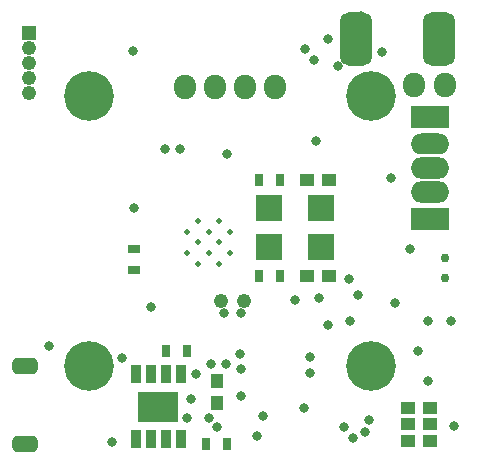
<source format=gbs>
G04*
G04 #@! TF.GenerationSoftware,Altium Limited,Altium Designer,21.0.8 (223)*
G04*
G04 Layer_Color=16711935*
%FSLAX25Y25*%
%MOIN*%
G70*
G04*
G04 #@! TF.SameCoordinates,86129925-6DC0-4F64-9783-D3B182DB2879*
G04*
G04*
G04 #@! TF.FilePolarity,Negative*
G04*
G01*
G75*
%ADD21R,0.04343X0.03162*%
%ADD22R,0.04340X0.04537*%
%ADD23C,0.04800*%
%ADD25R,0.04537X0.04340*%
%ADD33R,0.03162X0.04343*%
%ADD37R,0.04800X0.04800*%
%ADD38O,0.07300X0.08300*%
%ADD39C,0.16548*%
%ADD40C,0.01981*%
%ADD41O,0.12800X0.07200*%
%ADD42O,0.12800X0.07000*%
%ADD43R,0.12800X0.07200*%
%ADD44C,0.03000*%
G04:AMPARAMS|DCode=45|XSize=86.74mil|YSize=55.24mil|CornerRadius=18.17mil|HoleSize=0mil|Usage=FLASHONLY|Rotation=0.000|XOffset=0mil|YOffset=0mil|HoleType=Round|Shape=RoundedRectangle|*
%AMROUNDEDRECTD45*
21,1,0.08674,0.01890,0,0,0.0*
21,1,0.05039,0.05524,0,0,0.0*
1,1,0.03635,0.02520,-0.00945*
1,1,0.03635,-0.02520,-0.00945*
1,1,0.03635,-0.02520,0.00945*
1,1,0.03635,0.02520,0.00945*
%
%ADD45ROUNDEDRECTD45*%
%ADD46C,0.03200*%
%ADD82R,0.08674X0.08674*%
%ADD83R,0.08674X0.08674*%
G04:AMPARAMS|DCode=84|XSize=106.42mil|YSize=177.29mil|CornerRadius=28.61mil|HoleSize=0mil|Usage=FLASHONLY|Rotation=180.000|XOffset=0mil|YOffset=0mil|HoleType=Round|Shape=RoundedRectangle|*
%AMROUNDEDRECTD84*
21,1,0.10642,0.12008,0,0,180.0*
21,1,0.04921,0.17729,0,0,180.0*
1,1,0.05721,-0.02461,0.06004*
1,1,0.05721,0.02461,0.06004*
1,1,0.05721,0.02461,-0.06004*
1,1,0.05721,-0.02461,-0.06004*
%
%ADD84ROUNDEDRECTD84*%
%ADD85R,0.03556X0.05918*%
%ADD86R,0.13398X0.09855*%
D21*
X101500Y115000D02*
D03*
X101499Y107851D02*
D03*
D22*
X129000Y71000D02*
D03*
Y63600D02*
D03*
D23*
X130500Y97500D02*
D03*
X138000D02*
D03*
X66500Y182000D02*
D03*
Y177000D02*
D03*
Y172000D02*
D03*
Y167000D02*
D03*
D25*
X166523Y138000D02*
D03*
X159123D02*
D03*
X166523Y106000D02*
D03*
X159123D02*
D03*
X192800Y62000D02*
D03*
X200200D02*
D03*
X192800Y56500D02*
D03*
X200200D02*
D03*
X192800Y51000D02*
D03*
X200200D02*
D03*
D33*
X150162Y138000D02*
D03*
X143013Y138001D02*
D03*
X150162Y106000D02*
D03*
X143013Y106001D02*
D03*
X119149Y80999D02*
D03*
X112000Y81000D02*
D03*
X125351Y50001D02*
D03*
X132500Y50000D02*
D03*
D37*
X66500Y187000D02*
D03*
D38*
X194900Y169500D02*
D03*
X205000D02*
D03*
X118500Y169000D02*
D03*
X128600D02*
D03*
X138400D02*
D03*
X148500D02*
D03*
D39*
X86500Y76000D02*
D03*
Y166000D02*
D03*
X180500Y76000D02*
D03*
Y166000D02*
D03*
D40*
X133543Y120675D02*
D03*
Y113451D02*
D03*
X129931Y124287D02*
D03*
Y117063D02*
D03*
Y109839D02*
D03*
X126319Y120675D02*
D03*
Y113451D02*
D03*
X122707Y124287D02*
D03*
Y117063D02*
D03*
Y109839D02*
D03*
X119095Y120675D02*
D03*
Y113451D02*
D03*
D41*
X200000Y142000D02*
D03*
Y134000D02*
D03*
D42*
Y150000D02*
D03*
D43*
Y125000D02*
D03*
Y159000D02*
D03*
D44*
X205000Y105100D02*
D03*
Y111900D02*
D03*
D45*
X65000Y75992D02*
D03*
Y50008D02*
D03*
D46*
X193500Y115000D02*
D03*
X207000Y91000D02*
D03*
X196000Y81000D02*
D03*
X169500Y176000D02*
D03*
X158500Y181500D02*
D03*
X161500Y178000D02*
D03*
X101000Y181000D02*
D03*
X132500Y146500D02*
D03*
X165942Y185000D02*
D03*
X162000Y151000D02*
D03*
X187000Y138500D02*
D03*
X177199Y192389D02*
D03*
X184000Y180500D02*
D03*
X204200Y184909D02*
D03*
X122000Y73154D02*
D03*
X155000Y97700D02*
D03*
X131500Y93500D02*
D03*
X137000D02*
D03*
X107000Y95500D02*
D03*
X120500Y65000D02*
D03*
X118950Y58500D02*
D03*
X107000Y60000D02*
D03*
X97500Y78500D02*
D03*
X94000Y50476D02*
D03*
X174500Y52000D02*
D03*
X171500Y55500D02*
D03*
X142500Y52500D02*
D03*
X136791Y80000D02*
D03*
X188500Y97000D02*
D03*
X101500Y128500D02*
D03*
X163000Y98500D02*
D03*
X137000Y75000D02*
D03*
X176000Y99500D02*
D03*
X199500Y91000D02*
D03*
X166000Y89500D02*
D03*
X173000Y105000D02*
D03*
X159996Y79000D02*
D03*
X137000Y66000D02*
D03*
X144500Y59300D02*
D03*
X126500Y58500D02*
D03*
X158000Y62000D02*
D03*
X129000Y55500D02*
D03*
X160000Y73500D02*
D03*
X179700Y57890D02*
D03*
X178500Y54000D02*
D03*
X73000Y82500D02*
D03*
X111791Y148243D02*
D03*
X116785D02*
D03*
X132000Y76500D02*
D03*
X127000D02*
D03*
X199531Y71000D02*
D03*
X173500Y91000D02*
D03*
X208000Y56000D02*
D03*
D82*
X163823Y128500D02*
D03*
Y115500D02*
D03*
D83*
X146500Y128500D02*
D03*
Y115500D02*
D03*
D84*
X203000Y185000D02*
D03*
X175500Y185000D02*
D03*
D85*
X102000Y51500D02*
D03*
X107000D02*
D03*
X117000D02*
D03*
X112000D02*
D03*
X102000Y73154D02*
D03*
X107000D02*
D03*
X117000D02*
D03*
X112000D02*
D03*
D86*
X109500Y62227D02*
D03*
M02*

</source>
